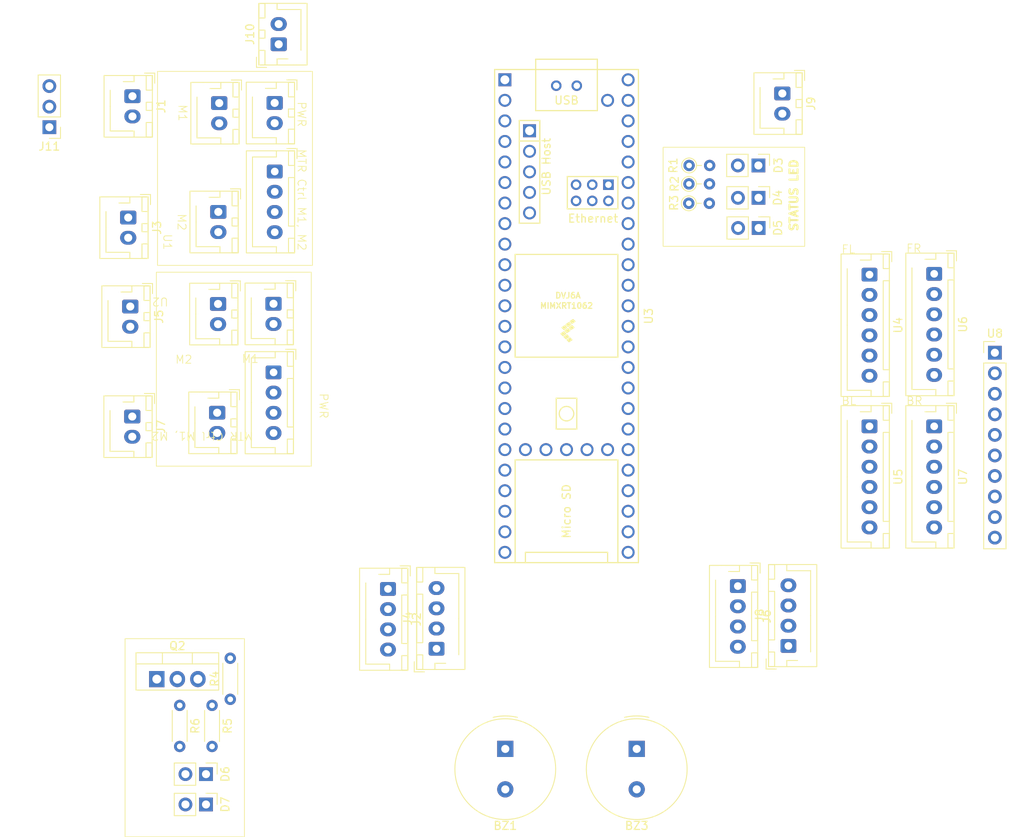
<source format=kicad_pcb>
(kicad_pcb (version 20241229) (generator "pcbnew") (generator_version "9.0")
  (layers (0 "F.Cu" signal) (2 "B.Cu" signal) (13 "F.Paste" user) (15 "B.Paste" user) (5 "F.SilkS" user "F.Silkscreen") (7 "B.SilkS" user "B.Silkscreen") (1 "F.Mask" user) (3 "B.Mask" user) (25 "Edge.Cuts" user))
  (net 0 "")
  (net 1 "/M1+")
  (net 2 "/M1-")
  (net 3 "M1_encB")
  (net 4 "M1_encA")
  (net 5 "+5V")
  (net 6 "GND")
  (net 7 "/M2+")
  (net 8 "/M2-")
  (net 9 "M2_encA")
  (net 10 "M2_encB")
  (net 11 "/M3+")
  (net 12 "/M3-")
  (net 13 "M3_encB")
  (net 14 "M3_encA")
  (net 15 "/M4-")
  (net 16 "/M4+")
  (net 17 "M4_encB")
  (net 18 "M4_encA")
  (net 19 "+12V")
  (net 20 "Buzzer_ctl")
  (net 21 "/Brk_sw")
  (net 22 "/MD_stby")
  (net 23 "M1_ctrl_B")
  (net 24 "M4_ctrl_B")
  (net 25 "M2_ctrl_B")
  (net 26 "M4_ctrl_A")
  (net 27 "Net-(D6-A)")
  (net 28 "M1_ctrl_A")
  (net 29 "Net-(D7-A)")
  (net 35 "M3_ctrl_B")
  (net 37 "MPU_SCL")
  (net 40 "M2_ctrl_A")
  (net 43 "M3_ctrl_A")
  (net 48 "MPU_SDA")
  (net 68 "XSHUT4")
  (net 69 "XSHUT3")
  (net 70 "XSHUT1")
  (net 71 "XSHUT2")
  (net 72 "+3V3")
  (net 73 "Net-(D3-A)")
  (net 74 "Net-(D4-A)")
  (net 75 "Net-(D5-A)")
  (net 76 "STATUS_LED1")
  (net 77 "STATUS_LED2")
  (net 78 "STATUS_LED3")
  (net 86 "HEADLIGHTS")
  (footprint "Connector_JST:JST_XH_B2B-XH-AM_1x02_P2.50mm_Vertical" (layer "F.Cu") (at 163.75 33.1 -90)
    (property "Reference" "J9" (at 1.25 -3.55 90) (layer "F.SilkS"))
    (property "Value" "5V_IN")
    (pad "" np_thru_hole circle (at -1.6 2 270) (size 1.2 1.2) (drill 1.2) (layers "*.Cu" "*.Mask"))
    (pad "1" thru_hole roundrect (at 0 0 270) (size 1.7 2) (drill 1) (layers "*.Cu" "*.Mask") (roundrect_rratio 0.147059) (net 5 "+5V"))
    (pad "2" thru_hole oval (at 2.5 0 270) (size 1.7 2) (drill 1) (layers "*.Cu" "*.Mask") (net 6 "GND"))
  )
  (footprint "MDD3A:MDD3A" (layer "F.Cu") (at 94.425 67.16 -90)
    (property "Reference" "U2" (at -8.315 7.585 180) (layer "F.SilkS") (effects (font (thickness 0.1))))
    (property "Value" "Motor Driver 2")
    (fp_text user "MTR Ctrl M1, M2" (at 7.695 -3.975 180) (layer "F.SilkS") (effects (font (thickness 0.1)) (justify left bottom)))
    (fp_text user "PWR" (at 2.92 -12.04 270) (layer "F.SilkS") (effects (font (thickness 0.1)) (justify left bottom)))
    (fp_text user "M1" (at -0.67 -2.44 0) (layer "F.SilkS") (effects (font (thickness 0.1)) (justify left bottom)))
    (fp_text user "M2" (at -0.58 5.78 0) (layer "F.SilkS") (effects (font (thickness 0.1)) (justify left bottom)))
    (pad "" np_thru_hole circle (at -9.66 -4.42 270) (size 1.2 1.2) (drill 1.2) (layers "*.Cu" "*.Mask"))
    (pad "" np_thru_hole circle (at -9.64 2.435 270) (size 1.2 1.2) (drill 1.2) (layers "*.Cu" "*.Mask"))
    (pad "" np_thru_hole circle (at 3.81 2.545 270) (size 1.2 1.2) (drill 1.2) (layers "*.Cu" "*.Mask"))
    (pad "1" thru_hole roundrect (at 0.42 -6.43 270) (size 1.7 1.95) (drill 0.95) (layers "*.Cu" "*.Mask") (roundrect_rratio 0.147059) (net 43 "M3_ctrl_A"))
    (pad "2" thru_hole oval (at 2.92 -6.43 270) (size 1.7 1.95) (drill 0.95) (layers "*.Cu" "*.Mask") (net 35 "M3_ctrl_B"))
    (pad "4" thru_hole oval (at -5.56 -6.42 270) (size 1.7 2) (drill 1) (layers "*.Cu" "*.Mask") (net 21 "/Brk_sw"))
    (pad "5" thru_hole oval (at 5.42 -6.43 270) (size 1.7 1.95) (drill 0.95) (layers "*.Cu" "*.Mask") (net 26 "M4_ctrl_A"))
    (pad "6" thru_hole oval (at 7.92 -6.43 270) (size 1.7 1.95) (drill 0.95) (layers "*.Cu" "*.Mask") (net 24 "M4_ctrl_B"))
    (pad "7" thru_hole roundrect (at -8.04 0.435 270) (size 1.7 2) (drill 1) (layers "*.Cu" "*.Mask") (roundrect_rratio 0.147059) (net 11 "/M3+"))
    (pad "8" thru_hole oval (at -5.54 0.435 270) (size 1.7 2) (drill 1) (layers "*.Cu" "*.Mask") (net 12 "/M3-"))
    (pad "9" thru_hole roundrect (at 5.41 0.545 270) (size 1.7 2) (drill 1) (layers "*.Cu" "*.Mask") (roundrect_rratio 0.147059) (net 16 "/M4+"))
    (pad "10" thru_hole oval (at 7.91 0.545 270) (size 1.7 2) (drill 1) (layers "*.Cu" "*.Mask") (net 15 "/M4-"))
    (pad "11" thru_hole roundrect (at -8.06 -6.42 270) (size 1.7 2) (drill 1) (layers "*.Cu" "*.Mask") (roundrect_rratio 0.147059) (net 19 "+12V"))
  )
  (footprint "Buzzer_Beeper:Buzzer_TDK_PS1240P02BT_D12.2mm_H6.5mm" (layer "F.Cu") (at 129.5 114.129216 -90)
    (property "Reference" "BZ1" (at 9.5 0 180) (layer "F.SilkS"))
    (property "Value" "Buzzer")
    (pad "1" thru_hole rect (at 0 0 270) (size 2 2) (drill 1) (layers "*.Cu" "*.Mask") (net 20 "Buzzer_ctl"))
    (pad "2" thru_hole circle (at 5 0 270) (size 2 2) (drill 1) (layers "*.Cu" "*.Mask") (net 6 "GND"))
  )
  (footprint "Resistor_THT:R_Axial_DIN0204_L3.6mm_D1.6mm_P2.54mm_Vertical" (layer "F.Cu") (at 152.225 42)
    (property "Reference" "R1" (at -1.96 0 90) (layer "F.SilkS"))
    (property "Value" "1K")
    (pad "1" thru_hole circle (at 0 0) (size 1.4 1.4) (drill 0.7) (layers "*.Cu" "*.Mask") (net 76 "STATUS_LED1"))
    (pad "2" thru_hole circle (at 2.54 0) (size 1.4 1.4) (drill 0.7) (layers "*.Cu" "*.Mask") (net 73 "Net-(D3-A)"))
  )
  (footprint "Resistor_THT:R_Axial_DIN0204_L3.6mm_D1.6mm_P5.08mm_Horizontal" (layer "F.Cu") (at 89.25 108.75 -90)
    (property "Reference" "R6" (at 2.54 -1.92 90) (layer "F.SilkS"))
    (property "Value" "100")
    (pad "1" thru_hole circle (at 0 0 270) (size 1.4 1.4) (drill 0.7) (layers "*.Cu" "*.Mask") (net 5 "+5V"))
    (pad "2" thru_hole circle (at 5.08 0 270) (size 1.4 1.4) (drill 0.7) (layers "*.Cu" "*.Mask") (net 29 "Net-(D7-A)"))
  )
  (footprint "Connector_JST:JST_XH_B6B-XH-AM_1x06_P2.50mm_Vertical" (layer "F.Cu") (at 174.525 55.5 -90)
    (property "Reference" "U4" (at 6.25 -3.55 90) (layer "F.SilkS"))
    (property "Value" "TOF_front_left")
    (pad "" np_thru_hole circle (at -1.6 2 270) (size 1.2 1.2) (drill 1.2) (layers "*.Cu" "*.Mask"))
    (pad "1" thru_hole roundrect (at 0 0 270) (size 1.7 1.95) (drill 0.95) (layers "*.Cu" "*.Mask") (roundrect_rratio 0.147059) (net 5 "+5V"))
    (pad "2" thru_hole oval (at 2.5 0 270) (size 1.7 1.95) (drill 0.95) (layers "*.Cu" "*.Mask") (net 6 "GND"))
    (pad "3" thru_hole oval (at 5 0 270) (size 1.7 1.95) (drill 0.95) (layers "*.Cu" "*.Mask") (net 48 "MPU_SDA"))
    (pad "4" thru_hole oval (at 7.5 0 270) (size 1.7 1.95) (drill 0.95) (layers "*.Cu" "*.Mask") (net 37 "MPU_SCL"))
    (pad "5" thru_hole oval (at 10 0 270) (size 1.7 1.95) (drill 0.95) (layers "*.Cu" "*.Mask"))
    (pad "6" thru_hole oval (at 12.5 0 270) (size 1.7 1.95) (drill 0.95) (layers "*.Cu" "*.Mask") (net 70 "XSHUT1"))
  )
  (footprint "Resistor_THT:R_Axial_DIN0204_L3.6mm_D1.6mm_P5.08mm_Horizontal" (layer "F.Cu") (at 95.5 108 90)
    (property "Reference" "R4" (at 2.54 -1.92 90) (layer "F.SilkS"))
    (property "Value" "10k")
    (pad "1" thru_hole circle (at 0 0 90) (size 1.4 1.4) (drill 0.7) (layers "*.Cu" "*.Mask") (net 86 "HEADLIGHTS"))
    (pad "2" thru_hole circle (at 5.08 0 90) (size 1.4 1.4) (drill 0.7) (layers "*.Cu" "*.Mask") (net 6 "GND"))
  )
  (footprint "Connector_PinHeader_2.54mm:PinHeader_1x02_P2.54mm_Vertical" (layer "F.Cu") (at 92.5 117.25 -90)
    (property "Reference" "D6" (at 0 -2.38 90) (layer "F.SilkS"))
    (property "Value" "headlight")
    (pad "1" thru_hole rect (at 0 0 270) (size 1.7 1.7) (drill 1) (layers "*.Cu" "*.Mask") (net 6 "GND"))
    (pad "2" thru_hole circle (at 0 2.54 270) (size 1.7 1.7) (drill 1) (layers "*.Cu" "*.Mask") (net 27 "Net-(D6-A)"))
  )
  (footprint "Connector_JST:JST_XH_B4B-XH-AM_1x04_P2.50mm_Vertical" (layer "F.Cu") (at 121 101.75 90)
    (property "Reference" "J4" (at 3.75 -3.55 90) (layer "F.SilkS"))
    (property "Value" "Encoder_M2")
    (pad "" np_thru_hole circle (at -1.6 2 90) (size 1.2 1.2) (drill 1.2) (layers "*.Cu" "*.Mask"))
    (pad "1" thru_hole roundrect (at 0 0 90) (size 1.7 1.95) (drill 0.95) (layers "*.Cu" "*.Mask") (roundrect_rratio 0.147059) (net 6 "GND"))
    (pad "2" thru_hole oval (at 2.5 0 90) (size 1.7 1.95) (drill 0.95) (layers "*.Cu" "*.Mask") (net 10 "M2_encB"))
    (pad "3" thru_hole oval (at 5 0 90) (size 1.7 1.95) (drill 0.95) (layers "*.Cu" "*.Mask") (net 9 "M2_encA"))
    (pad "4" thru_hole oval (at 7.5 0 90) (size 1.7 1.95) (drill 0.95) (layers "*.Cu" "*.Mask") (net 5 "+5V"))
  )
  (footprint "MDD3A:MDD3A" (layer "F.Cu") (at 94.57 42.33 -90)
    (property "Reference" "U1" (at 9.13 6.83 270) (layer "F.SilkS") (effects (font (thickness 0.1))))
    (property "Value" "Motor Driver 1")
    (fp_text user "M2" (at 5.56 5.655 270) (layer "F.SilkS") (effects (font (thickness 0.1)) (justify left bottom)))
    (fp_text user "PWR" (at -8.3 -9.17 270) (layer "F.SilkS") (effects (font (thickness 0.1)) (justify left bottom)))
    (fp_text user "M1" (at -7.94 5.545 270) (layer "F.SilkS") (effects (font (thickness 0.1)) (justify left bottom)))
    (fp_text user "MTR Ctrl M1, M2" (at -2.43 -9.18 270) (layer "F.SilkS") (effects (font (thickness 0.1)) (justify left bottom)))
    (pad "" np_thru_hole circle (at -9.66 -4.42 270) (size 1.2 1.2) (drill 1.2) (layers "*.Cu" "*.Mask"))
    (pad "" np_thru_hole circle (at -9.64 2.435 270) (size 1.2 1.2) (drill 1.2) (layers "*.Cu" "*.Mask"))
    (pad "" np_thru_hole circle (at 3.81 2.545 270) (size 1.2 1.2) (drill 1.2) (layers "*.Cu" "*.Mask"))
    (pad "1" thru_hole roundrect (at 0.42 -6.43 270) (size 1.7 1.95) (drill 0.95) (layers "*.Cu" "*.Mask") (roundrect_rratio 0.147059) (net 28 "M1_ctrl_A"))
    (pad "2" thru_hole oval (at 2.92 -6.43 270) (size 1.7 1.95) (drill 0.95) (layers "*.Cu" "*.Mask") (net 23 "M1_ctrl_B"))
    (pad "4" thru_hole oval (at -5.56 -6.42 270) (size 1.7 2) (drill 1) (layers "*.Cu" "*.Mask") (net 21 "/Brk_sw"))
    (pad "5" thru_hole oval (at 5.42 -6.43 270) (size 1.7 1.95) (drill 0.95) (layers "*.Cu" "*.Mask") (net 40 "M2_ctrl_A"))
    (pad "6" thru_hole oval (at 7.92 -6.43 270) (size 1.7 1.95) (drill 0.95) (layers "*.Cu" "*.Mask") (net 25 "M2_ctrl_B"))
    (pad "7" thru_hole roundrect (at -8.04 0.435 270) (size 1.7 2) (drill 1) (layers "*.Cu" "*.Mask") (roundrect_rratio 0.147059) (net 1 "/M1+"))
    (pad "8" thru_hole oval (at -5.54 0.435 270) (size 1.7 2) (drill 1) (layers "*.Cu" "*.Mask") (net 2 "/M1-"))
    (pad "9" thru_hole roundrect (at 5.41 0.545 270) (size 1.7 2) (drill 1) (layers "*.Cu" "*.Mask") (roundrect_rratio 0.147059) (net 7 "/M2+"))
    (pad "10" thru_hole oval (at 7.91 0.545 270) (size 1.7 2) (drill 1) (layers "*.Cu" "*.Mask") (net 8 "/M2-"))
    (pad "11" thru_hole roundrect (at -8.06 -6.42 270) (size 1.7 2) (drill 1) (layers "*.Cu" "*.Mask") (roundrect_rratio 0.147059) (net 19 "+12V"))
  )
  (footprint "Connector_JST:JST_XH_B2B-XH-AM_1x02_P2.50mm_Vertical" (layer "F.Cu") (at 83.385 73.04 -90)
    (property "Reference" "J7" (at 1.25 -3.55 90) (layer "F.SilkS"))
    (property "Value" "P_M4")
    (pad "" np_thru_hole circle (at -1.6 2 270) (size 1.2 1.2) (drill 1.2) (layers "*.Cu" "*.Mask"))
    (pad "1" thru_hole roundrect (at 0 0 270) (size 1.7 2) (drill 1) (layers "*.Cu" "*.Mask") (roundrect_rratio 0.147059) (net 16 "/M4+"))
    (pad "2" thru_hole oval (at 2.5 0 270) (size 1.7 2) (drill 1) (layers "*.Cu" "*.Mask") (net 15 "/M4-"))
  )
  (footprint "Connector_PinHeader_2.54mm:PinHeader_1x02_P2.54mm_Vertical" (layer "F.Cu") (at 160.805 46 -90)
    (property "Reference" "D4" (at 0 -2.38 90) (layer "F.SilkS"))
    (property "Value" "status_led2")
    (pad "1" thru_hole rect (at 0 0 270) (size 1.7 1.7) (drill 1) (layers "*.Cu" "*.Mask") (net 6 "GND"))
    (pad "2" thru_hole circle (at 0 2.54 270) (size 1.7 1.7) (drill 1) (layers "*.Cu" "*.Mask") (net 74 "Net-(D4-A)"))
  )
  (footprint "Resistor_THT:R_Axial_DIN0204_L3.6mm_D1.6mm_P2.54mm_Vertical" (layer "F.Cu") (at 152.185 46.68)
    (property "Reference" "R3" (at -1.83 -0.05 90) (layer "F.SilkS"))
    (property "Value" "1K")
    (pad "1" thru_hole circle (at 0 0) (size 1.4 1.4) (drill 0.7) (layers "*.Cu" "*.Mask") (net 78 "STATUS_LED3"))
    (pad "2" thru_hole circle (at 2.54 0) (size 1.4 1.4) (drill 0.7) (layers "*.Cu" "*.Mask") (net 75 "Net-(D5-A)"))
  )
  (footprint "Connector_JST:JST_XH_B4B-XH-AM_1x04_P2.50mm_Vertical" (layer "F.Cu") (at 115 94.35 -90)
    (property "Reference" "J2" (at 3.75 -3.55 90) (layer "F.SilkS"))
    (property "Value" "Encoder_M1")
    (pad "" np_thru_hole circle (at -1.6 2 270) (size 1.2 1.2) (drill 1.2) (layers "*.Cu" "*.Mask"))
    (pad "1" thru_hole roundrect (at 0 0 270) (size 1.7 1.95) (drill 0.95) (layers "*.Cu" "*.Mask") (roundrect_rratio 0.147059) (net 6 "GND"))
    (pad "2" thru_hole oval (at 2.5 0 270) (size 1.7 1.95) (drill 0.95) (layers "*.Cu" "*.Mask") (net 3 "M1_encB"))
    (pad "3" thru_hole oval (at 5 0 270) (size 1.7 1.95) (drill 0.95) (layers "*.Cu" "*.Mask") (net 4 "M1_encA"))
    (pad "4" thru_hole oval (at 7.5 0 270) (size 1.7 1.95) (drill 0.95) (layers "*.Cu" "*.Mask") (net 5 "+5V"))
  )
  (footprint "Connector_PinHeader_2.54mm:PinHeader_1x02_P2.54mm_Vertical" (layer "F.Cu") (at 160.79 42 -90)
    (property "Reference" "D3" (at 0 -2.475 90) (layer "F.SilkS"))
    (property "Value" "status_led1")
    (pad "1" thru_hole rect (at 0 0 270) (size 1.7 1.7) (drill 1) (layers "*.Cu" "*.Mask") (net 6 "GND"))
    (pad "2" thru_hole circle (at 0 2.54 270) (size 1.7 1.7) (drill 1) (layers "*.Cu" "*.Mask") (net 73 "Net-(D3-A)"))
  )
  (footprint "Resistor_THT:R_Axial_DIN0204_L3.6mm_D1.6mm_P5.08mm_Horizontal" (layer "F.Cu") (at 93.25 108.75 -90)
    (property "Reference" "R5" (at 2.54 -1.92 90) (layer "F.SilkS"))
    (property "Value" "100")
    (pad "1" thru_hole circle (at 0 0 270) (size 1.4 1.4) (drill 0.7) (layers "*.Cu" "*.Mask") (net 5 "+5V"))
    (pad "2" thru_hole circle (at 5.08 0 270) (size 1.4 1.4) (drill 0.7) (layers "*.Cu" "*.Mask") (net 27 "Net-(D6-A)"))
  )
  (footprint "Buzzer_Beeper:Buzzer_TDK_PS1240P02BT_D12.2mm_H6.5mm" (layer "F.Cu") (at 145.75 114.129216 -90)
    (property "Reference" "BZ3" (at 9.5 0 180) (layer "F.SilkS"))
    (property "Value" "Buzzer")
    (pad "1" thru_hole rect (at 0 0 270) (size 2 2) (drill 1) (layers "*.Cu" "*.Mask") (net 20 "Buzzer_ctl"))
    (pad "2" thru_hole circle (at 5 0 270) (size 2 2) (drill 1) (layers "*.Cu" "*.Mask") (net 6 "GND"))
  )
  (footprint "Connector_PinHeader_2.54mm:PinHeader_1x02_P2.54mm_Vertical" (layer "F.Cu") (at 92.5 121 -90)
    (property "Reference" "D7" (at 0 -2.38 90) (layer "F.SilkS"))
    (property "Value" "headlight")
    (pad "1" thru_hole rect (at 0 0 270) (size 1.7 1.7) (drill 1) (layers "*.Cu" "*.Mask") (net 6 "GND"))
    (pad "2" thru_hole circle (at 0 2.54 270) (size 1.7 1.7) (drill 1) (layers "*.Cu" "*.Mask") (net 29 "Net-(D7-A)"))
  )
  (footprint "Connector_PinHeader_2.54mm:PinHeader_1x03_P2.54mm_Vertical" (layer "F.Cu") (at 73.135 37.27 180)
    (property "Reference" "J11" (at 0 -2.38 0) (layer "F.SilkS"))
    (property "Value" "Motor_Break_SW")
    (pad "1" thru_hole rect (at 0 0 180) (size 1.7 1.7) (drill 1) (layers "*.Cu" "*.Mask") (net 22 "/MD_stby"))
    (pad "2" thru_hole circle (at 0 2.54 180) (size 1.7 1.7) (drill 1) (layers "*.Cu" "*.Mask") (net 21 "/Brk_sw"))
    (pad "3" thru_hole circle (at 0 5.08 180) (size 1.7 1.7) (drill 1) (layers "*.Cu" "*.Mask") (net 6 "GND"))
  )
  (footprint "Connector_JST:JST_XH_B6B-XH-AM_1x06_P2.50mm_Vertical" (layer "F.Cu") (at 174.525 74.25 -90)
    (property "Reference" "U5" (at 6.25 -3.55 90) (layer "F.SilkS"))
    (property "Value" "Tof_back_left")
    (pad "" np_thru_hole circle (at -1.6 2 270) (size 1.2 1.2) (drill 1.2) (layers "*.Cu" "*.Mask"))
    (pad "1" thru_hole roundrect (at 0 0 270) (size 1.7 1.95) (drill 0.95) (layers "*.Cu" "*.Mask") (roundrect_rratio 0.147059) (net 5 "+5V"))
    (pad "2" thru_hole oval (at 2.5 0 270) (size 1.7 1.95) (drill 0.95) (layers "*.Cu" "*.Mask") (net 6 "GND"))
    (pad "3" thru_hole oval (at 5 0 270) (size 1.7 1.95) (drill 0.95) (layers "*.Cu" "*.Mask") (net 48 "MPU_SDA"))
    (pad "4" thru_hole oval (at 7.5 0 270) (size 1.7 1.95) (drill 0.95) (layers "*.Cu" "*.Mask") (net 37 "MPU_SCL"))
    (pad "5" thru_hole oval (at 10 0 270) (size 1.7 1.95) (drill 0.95) (layers "*.Cu" "*.Mask"))
    (pad "6" thru_hole oval (at 12.5 0 270) (size 1.7 1.95) (drill 0.95) (layers "*.Cu" "*.Mask") (net 69 "XSHUT3"))
  )
  (footprint "Connector_JST:JST_XH_B6B-XH-AM_1x06_P2.50mm_Vertical" (layer "F.Cu") (at 182.525 55.4 -90)
    (property "Reference" "U6" (at 6.25 -3.55 90) (layer "F.SilkS"))
    (property "Value" "Tof_front_right")
    (pad "" np_thru_hole circle (at -1.6 2 270) (size 1.2 1.2) (drill 1.2) (layers "*.Cu" "*.Mask"))
    (pad "1" thru_hole roundrect (at 0 0 270) (size 1.7 1.95) (drill 0.95) (layers "*.Cu" "*.Mask") (roundrect_rratio 0.147059) (net 5 "+5V"))
    (pad "2" thru_hole oval (at 2.5 0 270) (size 1.7 1.95) (drill 0.95) (layers "*.Cu" "*.Mask") (net 6 "GND"))
    (pad "3" thru_hole oval (at 5 0 270) (size 1.7 1.95) (drill 0.95) (layers "*.Cu" "*.Mask") (net 48 "MPU_SDA"))
    (pad "4" thru_hole oval (at 7.5 0 270) (size 1.7 1.95) (drill 0.95) (layers "*.Cu" "*.Mask") (net 37 "MPU_SCL"))
    (pad "5" thru_hole oval (at 10 0 270) (size 1.7 1.95) (drill 0.95) (layers "*.Cu" "*.Mask"))
    (pad "6" thru_hole oval (at 12.5 0 270) (size 1.7 1.95) (drill 0.95) (layers "*.Cu" "*.Mask") (net 71 "XSHUT2"))
  )
  (footprint "Connector_JST:JST_XH_B2B-XH-AM_1x02_P2.50mm_Vertical" (layer "F.Cu") (at 83.41 33.44 -90)
    (property "Reference" "J1" (at 1.25 -3.55 90) (layer "F.SilkS"))
    (property "Value" "P_M1")
    (pad "" np_thru_hole circle (at -1.6 2 270) (size 1.2 1.2) (drill 1.2) (layers "*.Cu" "*.Mask"))
    (pad "1" thru_hole roundrect (at 0 0 270) (size 1.7 2) (drill 1) (layers "*.Cu" "*.Mask") (roundrect_rratio 0.147059) (net 1 "/M1+"))
    (pad "2" thru_hole oval (at 2.5 0 270) (size 1.7 2) (drill 1) (layers "*.Cu" "*.Mask") (net 2 "/M1-"))
  )
  (footprint "Connector_JST:JST_XH_B4B-XH-AM_1x04_P2.50mm_Vertical" (layer "F.Cu") (at 158.25 94 -90)
    (property "Reference" "J6" (at 3.75 -3.55 90) (layer "F.SilkS"))
    (property "Value" "Encoder_M3")
    (pad "" np_thru_hole circle (at -1.6 2 270) (size 1.2 1.2) (drill 1.2) (layers "*.Cu" "*.Mask"))
    (pad "1" thru_hole roundrect (at 0 0 270) (size 1.7 1.95) (drill 0.95) (layers "*.Cu" "*.Mask") (roundrect_rratio 0.147059) (net 6 "GND"))
    (pad "2" thru_hole oval (at 2.5 0 270) (size 1.7 1.95) (drill 0.95) (layers "*.Cu" "*.Mask") (net 13 "M3_encB"))
    (pad "3" thru_hole oval (at 5 0 270) (size 1.7 1.95) (drill 0.95) (layers "*.Cu" "*.Mask") (net 14 "M3_encA"))
    (pad "4" thru_hole oval (at 7.5 0 270) (size 1.7 1.95) (drill 0.95) (layers "*.Cu" "*.Mask") (net 5 "+5V"))
  )
  (footprint "Connector_JST:JST_XH_B2B-XH-AM_1x02_P2.50mm_Vertical" (layer "F.Cu") (at 101.49 27.02 90)
    (property "Reference" "J10" (at 1.25 -3.55 90) (layer "F.SilkS"))
    (property "Value" "12V_IN")
    (pad "" np_thru_hole circle (at -1.6 2 90) (size 1.2 1.2) (drill 1.2) (layers "*.Cu" "*.Mask"))
    (pad "1" thru_hole roundrect (at 0 0 90) (size 1.7 2) (drill 1) (layers "*.Cu" "*.Mask") (roundrect_rratio 0.147059) (net 19 "+12V"))
    (pad "2" thru_hole oval (at 2.5 0 90) (size 1.7 2) (drill 1) (layers "*.Cu" "*.Mask") (net 6 "GND"))
  )
  (footprint "Package_TO_SOT_THT:TO-220-3_Vertical" (layer "F.Cu") (at 86.42 105.5)
    (property "Reference" "Q2" (at 2.54 -4.1 0) (layer "F.SilkS"))
    (property "Value" "IRLZ24")
    (pad "1" thru_hole rect (at 0 0) (size 1.905 2) (drill 1.1) (layers "*.Cu" "*.Mask") (net 86 "HEADLIGHTS"))
    (pad "2" thru_hole oval (at 2.54 0) (size 1.905 2) (drill 1.1) (layers "*.Cu" "*.Mask") (net 5 "+5V"))
    (pad "3" thru_hole oval (at 5.08 0) (size 1.905 2) (drill 1.1) (layers "*.Cu" "*.Mask") (net 6 "GND"))
  )
  (footprint "Connector_JST:JST_XH_B2B-XH-AM_1x02_P2.50mm_Vertical" (layer "F.Cu") (at 83.135 59.44 -90)
    (property "Reference" "J5" (at 1.25 -3.55 90) (layer "F.SilkS"))
    (property "Value" "P_M3")
    (pad "" np_thru_hole circle (at -1.6 2 270) (size 1.2 1.2) (drill 1.2) (layers "*.Cu" "*.Mask"))
    (pad "1" thru_hole roundrect (at 0 0 270) (size 1.7 2) (drill 1) (layers "*.Cu" "*.Mask") (roundrect_rratio 0.147059) (net 11 "/M3+"))
    (pad "2" thru_hole oval (at 2.5 0 270) (size 1.7 2) (drill 1) (layers "*.Cu" "*.Mask") (net 12 "/M3-"))
  )
  (footprint "Connector_PinHeader_2.54mm:PinHeader_1x10_P2.54mm_Vertical" (layer "F.Cu") (at 190.025 65.15)
    (property "Reference" "U8" (at 0 -2.38 0) (layer "F.SilkS"))
    (property "Value" "MPU9250")
    (pad "1" thru_hole rect (at 0 0) (size 1.7 1.7) (drill 1) (layers "*.Cu" "*.Mask") (net 5 "+5V"))
    (pad "2" thru_hole circle (at 0 2.54) (size 1.7 1.7) (drill 1) (layers "*.Cu" "*.Mask") (net 6 "GND"))
    (pad "3" thru_hole circle (at 0 5.08) (size 1.7 1.7) (drill 1) (layers "*.Cu" "*.Mask") (net 37 "MPU_SCL"))
    (pad "4" thru_hole circle (at 0 7.62) (size 1.7 1.7) (drill 1) (layers "*.Cu" "*.Mask") (net 48 "MPU_SDA"))
    (pad "5" thru_hole circle (at 0 10.16) (size 1.7 1.7) (drill 1) (layers "*.Cu" "*.Mask"))
    (pad "6" thru_hole circle (at 0 12.7) (size 1.7 1.7) (drill 1) (layers "*.Cu" "*.Mask"))
    (pad "7" thru_hole circle (at 0 15.24) (size 1.7 1.7) (drill 1) (layers "*.Cu" "*.Mask"))
    (pad "8" thru_hole circle (at 0 17.78) (size 1.7 1.7) (drill 1) (layers "*.Cu" "*.Mask"))
    (pad "9" thru_hole circle (at 0 20.32) (size 1.7 1.7) (drill 1) (layers "*.Cu" "*.Mask"))
    (pad "10" thru_hole circle (at 0 22.86) (size 1.7 1.7) (drill 1) (layers "*.Cu" "*.Mask"))
  )
  (footprint "Resistor_THT:R_Axial_DIN0204_L3.6mm_D1.6mm_P2.54mm_Vertical" (layer "F.Cu") (at 152.205 44.28)
    (property "Reference" "R2" (at -1.78 0 90) (layer "F.SilkS"))
    (property "Value" "1K")
    (pad "1" thru_hole circle (at 0 0) (size 1.4 1.4) (drill 0.7) (layers "*.Cu" "*.Mask") (net 77 "STATUS_LED2"))
    (pad "2" thru_hole circle (at 2.54 0) (size 1.4 1.4) (drill 0.7) (layers "*.Cu" "*.Mask") (net 74 "Net-(D4-A)"))
  )
  (footprint "Connector_JST:JST_XH_B2B-XH-AM_1x02_P2.50mm_Vertical" (layer "F.Cu") (at 82.885 48.44 -90)
    (property "Reference" "J3" (at 1.25 -3.55 90) (layer "F.SilkS"))
    (property "Value" "P_M2")
    (pad "" np_thru_hole circle (at -1.6 2 270) (size 1.2 1.2) (drill 1.2) (layers "*.Cu" "*.Mask"))
    (pad "1" thru_hole roundrect (at 0 0 270) (size 1.7 2) (drill 1) (layers "*.Cu" "*.Mask") (roundrect_rratio 0.147059) (net 7 "/M2+"))
    (pad "2" thru_hole oval (at 2.5 0 270) (size 1.7 2) (drill 1) (layers "*.Cu" "*.Mask") (net 8 "/M2-"))
  )
  (footprint "Connector_JST:JST_XH_B4B-XH-AM_1x04_P2.50mm_Vertical" (layer "F.Cu") (at 164.5 101.4 90)
    (property "Reference" "J8" (at 3.75 -3.55 90) (layer "F.SilkS"))
    (property "Value" "Encoder_M4")
    (pad "" np_thru_hole circle (at -1.6 2 90) (size 1.2 1.2) (drill 1.2) (layers "*.Cu" "*.Mask"))
    (pad "1" thru_hole roundrect (at 0 0 90) (size 1.7 1.95) (drill 0.95) (layers "*.Cu" "*.Mask") (roundrect_rratio 0.147059) (net 6 "GND"))
    (pad "2" thru_hole oval (at 2.5 0 90) (size 1.7 1.95) (drill 0.95) (layers "*.Cu" "*.Mask") (net 17 "M4_encB"))
    (pad "3" thru_hole oval (at 5 0 90) (size 1.7 1.95) (drill 0.95) (layers "*.Cu" "*.Mask") (net 18 "M4_encA"))
    (pad "4" thru_hole oval (at 7.5 0 90) (size 1.7 1.95) (drill 0.95) (layers "*.Cu" "*.Mask") (net 5 "+5V"))
  )
  (footprint "Connector_PinHeader_2.54mm:PinHeader_1x02_P2.54mm_Vertical" (layer "F.Cu") (at 160.825 49.73 -90)
    (property "Reference" "D5" (at 0 -2.38 90) (layer "F.SilkS"))
    (property "Value" "status_led3")
    (pad "1" thru_hole rect (at 0 0 270) (size 1.7 1.7) (drill 1) (layers "*.Cu" "*.Mask") (net 6 "GND"))
    (pad "2" thru_hole circle (at 0 2.54 270) (size 1.7 1.7) (drill 1) (layers "*.Cu" "*.Mask") (net 75 "Net-(D5-A)"))
  )
  (footprint "Connector_JST:JST_XH_B6B-XH-AM_1x06_P2.50mm_Vertical" (layer "F.Cu") (at 182.525 74.25 -90)
    (property "Reference" "U7" (at 6.25 -3.55 90) (layer "F.SilkS"))
    (property "Value" "Tof_back_right")
    (pad "" np_thru_hole circle (at -1.6 2 270) (size 1.2 1.2) (drill 1.2) (layers "*.Cu" "*.Mask"))
    (pad "1" thru_hole roundrect (at 0 0 270) (size 1.7 1.95) (drill 0.95) (layers "*.Cu" "*.Mask") (roundrect_rratio 0.147059) (net 5 "+5V"))
    (pad "2" thru_hole oval (at 2.5 0 270) (size 1.7 1.95) (drill 0.95) (layers "*.Cu" "*.Mask") (net 6 "GND"))
    (pad "3" thru_hole oval (at 5 0 270) (size 1.7 1.95) (drill 0.95) (layers "*.Cu" "*.Mask") (net 48 "MPU_SDA"))
    (pad "4" thru_hole oval (at 7.5 0 270) (size 1.7 1.95) (drill 0.95) (layers "*.Cu" "*.Mask") (net 37 "MPU_SCL"))
    (pad "5" thru_hole oval (at 10 0 270) (size 1.7 1.95) (drill 0.95) (layers "*.Cu" "*.Mask"))
    (pad "6" thru_hole oval (at 12.5 0 270) (size 1.7 1.95) (drill 0.95) (layers "*.Cu" "*.Mask") (net 68 "XSHUT4"))
  )
  (footprint "teensy:Teensy41" (layer "F.Cu") (at 137.07 60.62 -90)
    (property "Reference" "U3" (at 0 -10.16 90) (layer "F.SilkS"))
    (property "Value" "Teensy4.1")
    (fp_text user "MIMXRT1062" (at -1.27 0 0) (layer "F.SilkS") (effects (font (size 0.7 0.7))))
    (fp_text user "USB" (at -26.67 0 0) (layer "F.SilkS"))
    (fp_text user "USB Host" (at -18.4658 2.4892 90) (layer "F.SilkS"))
    (fp_text user "Micro SD" (at 24.13 0 90) (layer "F.SilkS"))
    (fp_text user "Ethernet" (at -12.065 -3.2766 0) (layer "F.SilkS"))
    (fp_text user "DVJ6A" (at -2.54 -0.18 0) (layer "F.SilkS") (effects (font (size 0.7 0.7))))
    (pad "1" thru_hole rect (at -29.21 7.62 270) (size 1.6 1.6) (drill 1.1) (layers "*.Cu" "*.Mask") (net 6 "GND"))
    (pad "2" thru_hole circle (at -26.67 7.62 270) (size 1.6 1.6) (drill 1.1) (layers "*.Cu" "*.Mask"))
    (pad "3" thru_hole circle (at -24.13 7.62 270) (size 1.6 1.6) (drill 1.1) (layers "*.Cu" "*.Mask"))
    (pad "4" thru_hole circle (at -21.59 7.62 270) (size 1.6 1.6) (drill 1.1) (layers "*.Cu" "*.Mask"))
    (pad "5" thru_hole circle (at -19.05 7.62 270) (size 1.6 1.6) (drill 1.1) (layers "*.Cu" "*.Mask") (net 28 "M1_ctrl_A"))
    (pad "6" thru_hole circle (at -16.51 7.62 270) (size 1.6 1.6) (drill 1.1) (layers "*.Cu" "*.Mask") (net 23 "M1_ctrl_B"))
    (pad "7" thru_hole circle (at -13.97 7.62 270) (size 1.6 1.6) (drill 1.1) (layers "*.Cu" "*.Mask") (net 40 "M2_ctrl_A"))
    (pad "8" thru_hole circle (at -11.43 7.62 270) (size 1.6 1.6) (drill 1.1) (layers "*.Cu" "*.Mask") (net 25 "M2_ctrl_B"))
    (pad "9" thru_hole circle (at -8.89 7.62 270) (size 1.6 1.6) (drill 1.1) (layers "*.Cu" "*.Mask"))
    (pad "10" thru_hole circle (at -6.35 7.62 270) (size 1.6 1.6) (drill 1.1) (layers "*.Cu" "*.Mask"))
    (pad "11" thru_hole circle (at -3.81 7.62 270) (size 1.6 1.6) (drill 1.1) (layers "*.Cu" "*.Mask") (net 43 "M3_ctrl_A"))
    (pad "12" thru_hole circle (at -1.27 7.62 270) (size 1.6 1.6) (drill 1.1) (layers "*.Cu" "*.Mask") (net 35 "M3_ctrl_B"))
    (pad "13" thru_hole circle (at 1.27 7.62 270) (size 1.6 1.6) (drill 1.1) (layers "*.Cu" "*.Mask") (net 26 "M4_ctrl_A"))
    (pad "14" thru_hole circle (at 3.81 7.62 270) (size 1.6 1.6) (drill 1.1) (layers "*.Cu" "*.Mask") (net 24 "M4_ctrl_B"))
    (pad "15" thru_hole circle (at 6.35 7.62 270) (size 1.6 1.6) (drill 1.1) (layers "*.Cu" "*.Mask"))
    (pad "16" thru_hole circle (at 8.89 7.62 270) (size 1.6 1.6) (drill 1.1) (layers "*.Cu" "*.Mask"))
    (pad "17" thru_hole circle (at 11.43 7.62 270) (size 1.6 1.6) (drill 1.1) (layers "*.Cu" "*.Mask"))
    (pad "18" thru_hole circle (at 13.97 7.62 270) (size 1.6 1.6) (drill 1.1) (layers "*.Cu" "*.Mask"))
    (pad "19" thru_hole circle (at 16.51 7.62 270) (size 1.6 1.6) (drill 1.1) (layers "*.Cu" "*.Mask") (net 86 "HEADLIGHTS"))
    (pad "20" thru_hole circle (at 19.05 7.62 270) (size 1.6 1.6) (drill 1.1) (layers "*.Cu" "*.Mask") (net 4 "M1_encA"))
    (pad "21" thru_hole circle (at 21.59 7.62 270) (size 1.6 1.6) (drill 1.1) (layers "*.Cu" "*.Mask") (net 3 "M1_encB"))
    (pad "22" thru_hole circle (at 24.13 7.62 270) (size 1.6 1.6) (drill 1.1) (layers "*.Cu" "*.Mask") (net 9 "M2_encA"))
    (pad "23" thru_hole circle (at 26.67 7.62 270) (size 1.6 1.6) (drill 1.1) (layers "*.Cu" "*.Mask") (net 10 "M2_encB"))
    (pad "24" thru_hole circle (at 29.21 7.62 270) (size 1.6 1.6) (drill 1.1) (layers "*.Cu" "*.Mask") (net 22 "/MD_stby"))
    (pad "25" thru_hole circle (at 29.21 -7.62 270) (size 1.6 1.6) (drill 1.1) (layers "*.Cu" "*.Mask") (net 18 "M4_encA"))
    (pad "26" thru_hole circle (at 26.67 -7.62 270) (size 1.6 1.6) (drill 1.1) (layers "*.Cu" "*.Mask") (net 17 "M4_encB"))
    (pad "27" thru_hole circle (at 24.13 -7.62 270) (size 1.6 1.6) (drill 1.1) (layers "*.Cu" "*.Mask") (net 14 "M3_encA"))
    (pad "28" thru_hole circle (at 21.59 -7.62 270) (size 1.6 1.6) (drill 1.1) (layers "*.Cu" "*.Mask") (net 13 "M3_encB"))
    (pad "29" thru_hole circle (at 19.05 -7.62 270) (size 1.6 1.6) (drill 1.1) (layers "*.Cu" "*.Mask") (net 68 "XSHUT4"))
    (pad "30" thru_hole circle (at 16.51 -7.62 270) (size 1.6 1.6) (drill 1.1) (layers "*.Cu" "*.Mask") (net 69 "XSHUT3"))
    (pad "31" thru_hole circle (at 13.97 -7.62 270) (size 1.6 1.6) (drill 1.1) (layers "*.Cu" "*.Mask") (net 71 "XSHUT2"))
    (pad "32" thru_hole circle (at 11.43 -7.62 270) (size 1.6 1.6) (drill 1.1) (layers "*.Cu" "*.Mask") (net 70 "XSHUT1"))
    (pad "33" thru_hole circle (at 8.89 -7.62 270) (size 1.6 1.6) (drill 1.1) (layers "*.Cu" "*.Mask"))
    (pad "34" thru_hole circle (at 6.35 -7.62 270) (size 1.6 1.6) (drill 1.1) (layers "*.Cu" "*.Mask"))
    (pad "35" thru_hole circle (at 3.81 -7.62 270) (size 1.6 1.6) (drill 1.1) (layers "*.Cu" "*.Mask"))
    (pad "36" thru_hole circle (at 1.27 -7.62 270) (size 1.6 1.6) (drill 1.1) (layers "*.Cu" "*.Mask"))
    (pad "37" thru_hole circle (at -1.27 -7.62 270) (size 1.6 1.6) (drill 1.1) (layers "*.Cu" "*.Mask"))
    (pad "38" thru_hole circle (at -3.81 -7.62 270) (size 1.6 1.6) (drill 1.1) (layers "*.Cu" "*.Mask") (net 37 "MPU_SCL"))
    (pad "39" thru_hole circle (at -6.35 -7.62 270) (size 1.6 1.6) (drill 1.1) (layers "*.Cu" "*.Mask") (net 48 "MPU_SDA"))
    (pad "40" thru_hole circle (at -8.89 -7.62 270) (size 1.6 1.6) (drill 1.1) (layers "*.Cu" "*.Mask"))
    (pad "41" thru_hole circle (at -11.43 -7.62 270) (size 1.6 1.6) (drill 1.1) (layers "*.Cu" "*.Mask"))
    (pad "42" thru_hole circle (at -13.97 -7.62 270) (size 1.6 1.6) (drill 1.1) (layers "*.Cu" "*.Mask") (net 78 "STATUS_LED3"))
    (pad "43" thru_hole circle (at -16.51 -7.62 270) (size 1.6 1.6) (drill 1.1) (layers "*.Cu" "*.Mask") (net 77 "STATUS_LED2"))
    (pad "44" thru_hole circle (at -19.05 -7.62 270) (size 1.6 1.6) (drill 1.1) (layers "*.Cu" "*.Mask") (net 76 "STATUS_LED1"))
    (pad "45" thru_hole circle (at -21.59 -7.62 270) (size 1.6 1.6) (drill 1.1) (layers "*.Cu" "*.Mask") (net 20 "Buzzer_ctl"))
    (pad "46" thru_hole circle (at -24.13 -7.62 270) (size 1.6 1.6) (drill 1.1) (layers "*.Cu" "*.Mask") (net 72 "+3V3"))
    (pad "47" thru_hole circle (at -26.67 -7.62 270) (size 1.6 1.6) (drill 1.1) (layers "*.Cu" "*.Mask"))
    (pad "48" thru_hole circle (at -29.21 -7.62 270) (size 1.6 1.6) (drill 1.1) (layers "*.Cu" "*.Mask") (net 5 "+5V"))
    (pad "49" thru_hole circle (at -26.67 -5.08 270) (size 1.6 1.6) (drill 1.1) (layers "*.Cu" "*.Mask"))
    (pad "50" thru_hole circle (at 16.51 5.08 270) (size 1.6 1.6) (drill 1.1) (layers "*.Cu" "*.Mask"))
    (pad "51" thru_hole circle (at 16.51 2.54 270) (size 1.6 1.6) (drill 1.1) (layers "*.Cu" "*.Mask"))
    (pad "52" thru_hole circle (at 16.51 0 270) (size 1.6 1.6) (drill 1.1) (layers "*.Cu" "*.Mask"))
    (pad "53" thru_hole circle (at 16.51 -2.54 270) (size 1.6 1.6) (drill 1.1) (layers "*.Cu" "*.Mask"))
    (pad "54" thru_hole circle (at 16.51 -5.08 270) (size 1.6 1.6) (drill 1.1) (layers "*.Cu" "*.Mask"))
    (pad "55" thru_hole rect (at -22.9108 4.5692 270) (size 1.6 1.6) (drill 1.1) (layers "*.Cu" "*.Mask"))
    (pad "56" thru_hole circle (at -20.3708 4.5692 270) (size 1.6 1.6) (drill 1.1) (layers "*.Cu" "*.Mask"))
    (pad "57" thru_hole circle (at -17.8308 4.5692 270) (size 1.6 1.6) (drill 1.1) (layers "*.Cu" "*.Mask"))
    (pad "58" thru_hole circle (at -15.2908 4.5692 270) (size 1.6 1.6) (drill 1.1) (layers "*.Cu" "*.Mask"))
    (pad "59" thru_hole circle (at -12.7508 4.5692 270) (size 1.6 1.6) (drill 1.1) (layers "*.Cu" "*.Mask"))
    (pad "60" thru_hole rect (at -16.24 -5.1816 270) (size 1.3 1.3) (drill 0.8) (layers "*.Cu" "*.Mask"))
    (pad "61" thru_hole circle (at -16.24 -3.1816 270) (size 1.3 1.3) (drill 0.8) (layers "*.Cu" "*.Mask"))
    (pad "62" thru_hole circle (at -16.24 -1.1816 270) (size 1.3 1.3) (drill 0.8) (layers "*.Cu" "*.Mask"))
    (pad "63" thru_hole circle (at -14.24 -1.1816 270) (size 1.3 1.3) (drill 0.8) (layers "*.Cu" "*.Mask"))
    (pad "64" thru_hole circle (at -14.24 -3.1816 270) (size 1.3 1.3) (drill 0.8) (layers "*.Cu" "*.Mask"))
    (pad "65" thru_hole circle (at -14.24 -5.1816 270) (size 1.3 1.3) (drill 0.8) (layers "*.Cu" "*.Mask"))
    (pad "66" thru_hole circle (at -28.48 -1.27 270) (size 1.3 1.3) (drill 0.8) (layers "*.Cu" "*.Mask"))
    (pad "67" thru_hole circle (at -28.48 1.27 270) (size 1.3 1.3) (drill 0.8) (layers "*.Cu" "*.Mask"))
  )
  (gr_rect (start 82.5 100.5) (end 97.25 125) (stroke (width 0.1)) (fill no) (layer "F.SilkS"))
  (gr_rect (start 149.015 39.75) (end 166.515 52) (stroke (width 0.1)) (fill no) (layer "F.SilkS"))
  (gr_text "STATUS LED" (at 165.765 50.25 90) (layer "F.SilkS") (effects (font (size 1 1) (thickness 0.25) (bold yes)) (justify left bottom)))
  (gr_text "FL" (at 171.015 52.94 0) (layer "F.SilkS") (effects (font (size 1 1) (thickness 0.1)) (justify left bottom)))
  (gr_text "BL" (at 171.015 71.69 0) (layer "F.SilkS") (effects (font (size 1 1) (thickness 0.1)) (justify left bottom)))
  (gr_text "BR" (at 179.015 71.69 0) (layer "F.SilkS") (effects (font (size 1 1) (thickness 0.1)) (justify left bottom)))
  (gr_text "FR" (at 179.015 52.84 0) (layer "F.SilkS") (effects (font (size 1 1) (thickness 0.1)) (justify left bottom)))
)
</source>
